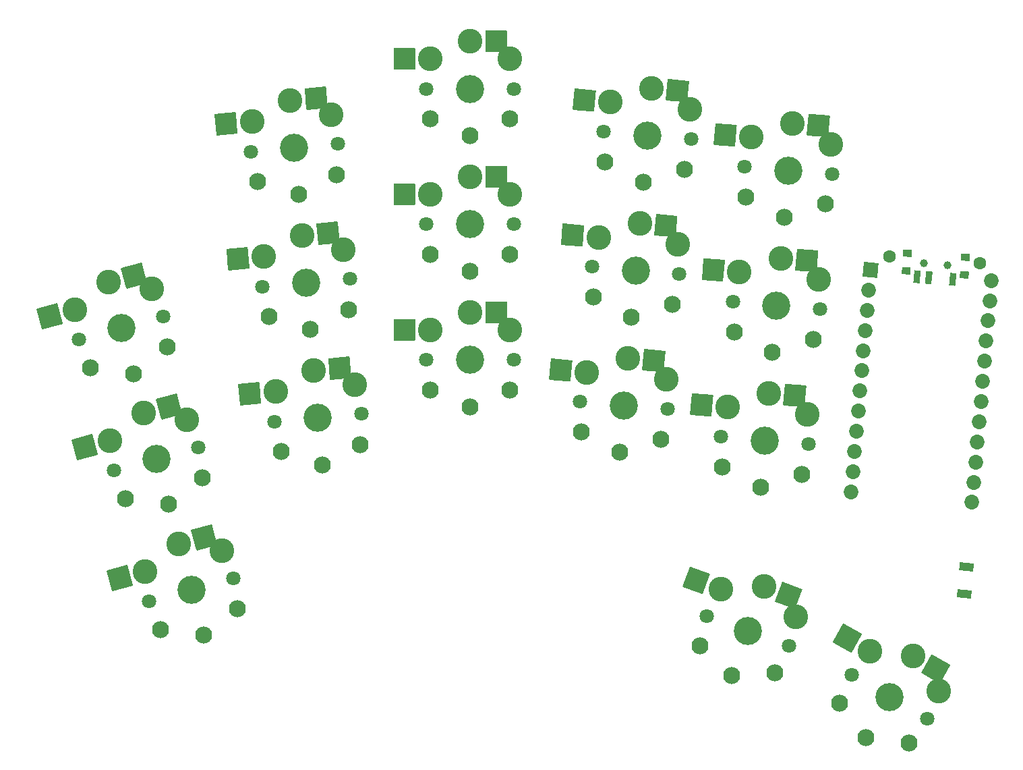
<source format=gbr>
%TF.GenerationSoftware,KiCad,Pcbnew,(5.1.10-1-10_14)*%
%TF.CreationDate,2021-10-09T22:38:14+01:00*%
%TF.ProjectId,architeuthis_dux,61726368-6974-4657-9574-6869735f6475,VERSION_HERE*%
%TF.SameCoordinates,Original*%
%TF.FileFunction,Soldermask,Top*%
%TF.FilePolarity,Negative*%
%FSLAX46Y46*%
G04 Gerber Fmt 4.6, Leading zero omitted, Abs format (unit mm)*
G04 Created by KiCad (PCBNEW (5.1.10-1-10_14)) date 2021-10-09 22:38:14*
%MOMM*%
%LPD*%
G01*
G04 APERTURE LIST*
%ADD10C,1.600000*%
%ADD11C,1.000000*%
%ADD12C,3.529000*%
%ADD13C,1.801800*%
%ADD14C,3.100000*%
%ADD15C,2.132000*%
%ADD16C,1.852600*%
G04 APERTURE END LIST*
%TO.C, *%
G36*
G01*
X111351352Y1271351D02*
X109657821Y1419516D01*
G75*
G02*
X109612369Y1473684I4358J49810D01*
G01*
X109690810Y2370259D01*
G75*
G02*
X109744978Y2415711I49810J-4358D01*
G01*
X111438509Y2267546D01*
G75*
G02*
X111483961Y2213378I-4358J-49810D01*
G01*
X111405520Y1316803D01*
G75*
G02*
X111351352Y1271351I-49810J4358D01*
G01*
G37*
G36*
G01*
X111055022Y-2115711D02*
X109361491Y-1967546D01*
G75*
G02*
X109316039Y-1913378I4358J49810D01*
G01*
X109394480Y-1016803D01*
G75*
G02*
X109448648Y-971351I49810J-4358D01*
G01*
X111142179Y-1119516D01*
G75*
G02*
X111187631Y-1173684I-4358J-49810D01*
G01*
X111109190Y-2070259D01*
G75*
G02*
X111055022Y-2115711I-49810J4358D01*
G01*
G37*
%TD*%
D10*
%TO.C,-*%
X112200000Y39950000D03*
%TD*%
%TO.C,+*%
X100900000Y40750000D03*
%TD*%
%TO.C,REF\u002A\u002A*%
G36*
G01*
X110813262Y38827948D02*
X110757456Y38029897D01*
G75*
G02*
X110704090Y37983507I-49878J3488D01*
G01*
X109706526Y38053264D01*
G75*
G02*
X109660136Y38106630I3488J49878D01*
G01*
X109715942Y38904681D01*
G75*
G02*
X109769308Y38951071I49878J-3488D01*
G01*
X110766872Y38881314D01*
G75*
G02*
X110813262Y38827948I-3488J-49878D01*
G01*
G37*
G36*
G01*
X103531044Y39337170D02*
X103475238Y38539119D01*
G75*
G02*
X103421872Y38492729I-49878J3488D01*
G01*
X102424308Y38562486D01*
G75*
G02*
X102377918Y38615852I3488J49878D01*
G01*
X102433724Y39413903D01*
G75*
G02*
X102487090Y39460293I49878J-3488D01*
G01*
X103484654Y39390536D01*
G75*
G02*
X103531044Y39337170I-3488J-49878D01*
G01*
G37*
G36*
G01*
X103685206Y41541787D02*
X103629400Y40743736D01*
G75*
G02*
X103576034Y40697346I-49878J3488D01*
G01*
X102578470Y40767103D01*
G75*
G02*
X102532080Y40820469I3488J49878D01*
G01*
X102587886Y41618520D01*
G75*
G02*
X102641252Y41664910I49878J-3488D01*
G01*
X103638816Y41595153D01*
G75*
G02*
X103685206Y41541787I-3488J-49878D01*
G01*
G37*
G36*
G01*
X110967424Y41032564D02*
X110911618Y40234513D01*
G75*
G02*
X110858252Y40188123I-49878J3488D01*
G01*
X109860688Y40257880D01*
G75*
G02*
X109814298Y40311246I3488J49878D01*
G01*
X109870104Y41109297D01*
G75*
G02*
X109923470Y41155687I49878J-3488D01*
G01*
X110921034Y41085930D01*
G75*
G02*
X110967424Y41032564I-3488J-49878D01*
G01*
G37*
G36*
G01*
X104757072Y38950705D02*
X104652437Y37454359D01*
G75*
G02*
X104599071Y37407969I-49878J3488D01*
G01*
X103900776Y37456799D01*
G75*
G02*
X103854386Y37510165I3488J49878D01*
G01*
X103959021Y39006511D01*
G75*
G02*
X104012387Y39052901I49878J-3488D01*
G01*
X104710682Y39004071D01*
G75*
G02*
X104757072Y38950705I-3488J-49878D01*
G01*
G37*
G36*
G01*
X106253418Y38846071D02*
X106148783Y37349725D01*
G75*
G02*
X106095417Y37303335I-49878J3488D01*
G01*
X105397122Y37352165D01*
G75*
G02*
X105350732Y37405531I3488J49878D01*
G01*
X105455367Y38901877D01*
G75*
G02*
X105508733Y38948267I49878J-3488D01*
G01*
X106207028Y38899437D01*
G75*
G02*
X106253418Y38846071I-3488J-49878D01*
G01*
G37*
G36*
G01*
X109246110Y38636801D02*
X109141475Y37140455D01*
G75*
G02*
X109088109Y37094065I-49878J3488D01*
G01*
X108389814Y37142895D01*
G75*
G02*
X108343424Y37196261I3488J49878D01*
G01*
X108448059Y38692607D01*
G75*
G02*
X108501425Y38738997I49878J-3488D01*
G01*
X109199720Y38690167D01*
G75*
G02*
X109246110Y38636801I-3488J-49878D01*
G01*
G37*
D11*
X105176674Y39933831D03*
X108169366Y39724561D03*
%TD*%
D12*
%TO.C,S1*%
X13202636Y-1053449D03*
D13*
X18515228Y370056D03*
X7890044Y-2476954D03*
D14*
X17061694Y3862868D03*
X11662663Y4693810D03*
X7402435Y1274678D03*
X11662663Y4693810D03*
G36*
G01*
X13858535Y3936333D02*
X13185606Y6447740D01*
G75*
G02*
X13220961Y6508977I48296J12941D01*
G01*
X15732368Y7181906D01*
G75*
G02*
X15793605Y7146551I12941J-48296D01*
G01*
X16466534Y4635144D01*
G75*
G02*
X16431179Y4573907I-48296J-12941D01*
G01*
X13919772Y3900978D01*
G75*
G02*
X13858535Y3936333I-12941J48296D01*
G01*
G37*
G36*
G01*
X3271493Y-1178064D02*
X2598564Y1333343D01*
G75*
G02*
X2633919Y1394580I48296J12941D01*
G01*
X5145326Y2067509D01*
G75*
G02*
X5206563Y2032154I12941J-48296D01*
G01*
X5879492Y-479253D01*
G75*
G02*
X5844137Y-540490I-48296J-12941D01*
G01*
X3332730Y-1213419D01*
G75*
G02*
X3271493Y-1178064I-12941J48296D01*
G01*
G37*
%TD*%
D12*
%TO.C,S2*%
X13202636Y-1053449D03*
D13*
X7890044Y-2476954D03*
X18515228Y370056D03*
D15*
X9356519Y-6018062D03*
X14729668Y-6752411D03*
X19015778Y-3429872D03*
X14729668Y-6752411D03*
%TD*%
D12*
%TO.C,S3*%
X8802735Y15367351D03*
D13*
X14115327Y16790856D03*
X3490143Y13943846D03*
D14*
X12661793Y20283668D03*
X7262762Y21114610D03*
X3002534Y17695478D03*
X7262762Y21114610D03*
G36*
G01*
X9458634Y20357133D02*
X8785705Y22868540D01*
G75*
G02*
X8821060Y22929777I48296J12941D01*
G01*
X11332467Y23602706D01*
G75*
G02*
X11393704Y23567351I12941J-48296D01*
G01*
X12066633Y21055944D01*
G75*
G02*
X12031278Y20994707I-48296J-12941D01*
G01*
X9519871Y20321778D01*
G75*
G02*
X9458634Y20357133I-12941J48296D01*
G01*
G37*
G36*
G01*
X-1128408Y15242736D02*
X-1801337Y17754143D01*
G75*
G02*
X-1765982Y17815380I48296J12941D01*
G01*
X745425Y18488309D01*
G75*
G02*
X806662Y18452954I12941J-48296D01*
G01*
X1479591Y15941547D01*
G75*
G02*
X1444236Y15880310I-48296J-12941D01*
G01*
X-1067171Y15207381D01*
G75*
G02*
X-1128408Y15242736I-12941J48296D01*
G01*
G37*
%TD*%
D12*
%TO.C,S4*%
X8802735Y15367351D03*
D13*
X3490143Y13943846D03*
X14115327Y16790856D03*
D15*
X4956618Y10402738D03*
X10329767Y9668389D03*
X14615877Y12990928D03*
X10329767Y9668389D03*
%TD*%
D12*
%TO.C,S5*%
X4402735Y31788051D03*
D13*
X9715327Y33211556D03*
X-909857Y30364546D03*
D14*
X8261793Y36704368D03*
X2862762Y37535310D03*
X-1397466Y34116178D03*
X2862762Y37535310D03*
G36*
G01*
X5058634Y36777833D02*
X4385705Y39289240D01*
G75*
G02*
X4421060Y39350477I48296J12941D01*
G01*
X6932467Y40023406D01*
G75*
G02*
X6993704Y39988051I12941J-48296D01*
G01*
X7666633Y37476644D01*
G75*
G02*
X7631278Y37415407I-48296J-12941D01*
G01*
X5119871Y36742478D01*
G75*
G02*
X5058634Y36777833I-12941J48296D01*
G01*
G37*
G36*
G01*
X-5528408Y31663436D02*
X-6201337Y34174843D01*
G75*
G02*
X-6165982Y34236080I48296J12941D01*
G01*
X-3654575Y34909009D01*
G75*
G02*
X-3593338Y34873654I12941J-48296D01*
G01*
X-2920409Y32362247D01*
G75*
G02*
X-2955764Y32301010I-48296J-12941D01*
G01*
X-5467171Y31628081D01*
G75*
G02*
X-5528408Y31663436I-12941J48296D01*
G01*
G37*
%TD*%
D12*
%TO.C,S6*%
X4402735Y31788051D03*
D13*
X-909857Y30364546D03*
X9715327Y33211556D03*
D15*
X556618Y26823438D03*
X5929767Y26089089D03*
X10215877Y29411628D03*
X5929767Y26089089D03*
%TD*%
D12*
%TO.C,S7*%
X29107636Y20540652D03*
D13*
X34586707Y21020009D03*
X23628565Y20061295D03*
D14*
X33761775Y24712161D03*
X28589059Y26468010D03*
X23799828Y23840603D03*
X28589059Y26468010D03*
G36*
G01*
X30620036Y25340732D02*
X30393431Y27930839D01*
G75*
G02*
X30438883Y27985007I49810J4358D01*
G01*
X33028990Y28211612D01*
G75*
G02*
X33083158Y28166160I4358J-49810D01*
G01*
X33309763Y25576053D01*
G75*
G02*
X33264311Y25521885I-49810J-4358D01*
G01*
X30674204Y25295280D01*
G75*
G02*
X30620036Y25340732I-4358J49810D01*
G01*
G37*
G36*
G01*
X19305730Y22142454D02*
X19079125Y24732561D01*
G75*
G02*
X19124577Y24786729I49810J4358D01*
G01*
X21714684Y25013334D01*
G75*
G02*
X21768852Y24967882I4358J-49810D01*
G01*
X21995457Y22377775D01*
G75*
G02*
X21950005Y22323607I-49810J-4358D01*
G01*
X19359898Y22097002D01*
G75*
G02*
X19305730Y22142454I-4358J49810D01*
G01*
G37*
%TD*%
D12*
%TO.C,S8*%
X29107636Y20540652D03*
D13*
X23628565Y20061295D03*
X34586707Y21020009D03*
D15*
X24457854Y16319333D03*
X29621855Y14663103D03*
X34419801Y17190891D03*
X29621855Y14663103D03*
%TD*%
D12*
%TO.C,S9*%
X27625935Y37475951D03*
D13*
X33105006Y37955308D03*
X22146864Y36996594D03*
D14*
X32280074Y41647460D03*
X27107358Y43403309D03*
X22318127Y40775902D03*
X27107358Y43403309D03*
G36*
G01*
X29138335Y42276031D02*
X28911730Y44866138D01*
G75*
G02*
X28957182Y44920306I49810J4358D01*
G01*
X31547289Y45146911D01*
G75*
G02*
X31601457Y45101459I4358J-49810D01*
G01*
X31828062Y42511352D01*
G75*
G02*
X31782610Y42457184I-49810J-4358D01*
G01*
X29192503Y42230579D01*
G75*
G02*
X29138335Y42276031I-4358J49810D01*
G01*
G37*
G36*
G01*
X17824029Y39077753D02*
X17597424Y41667860D01*
G75*
G02*
X17642876Y41722028I49810J4358D01*
G01*
X20232983Y41948633D01*
G75*
G02*
X20287151Y41903181I4358J-49810D01*
G01*
X20513756Y39313074D01*
G75*
G02*
X20468304Y39258906I-49810J-4358D01*
G01*
X17878197Y39032301D01*
G75*
G02*
X17824029Y39077753I-4358J49810D01*
G01*
G37*
%TD*%
D12*
%TO.C,S10*%
X27625935Y37475951D03*
D13*
X22146864Y36996594D03*
X33105006Y37955308D03*
D15*
X22976153Y33254632D03*
X28140154Y31598402D03*
X32938100Y34126190D03*
X28140154Y31598402D03*
%TD*%
D12*
%TO.C,S11*%
X26144335Y54411253D03*
D13*
X31623406Y54890610D03*
X20665264Y53931896D03*
D14*
X30798474Y58582762D03*
X25625758Y60338611D03*
X20836527Y57711204D03*
X25625758Y60338611D03*
G36*
G01*
X27656735Y59211333D02*
X27430130Y61801440D01*
G75*
G02*
X27475582Y61855608I49810J4358D01*
G01*
X30065689Y62082213D01*
G75*
G02*
X30119857Y62036761I4358J-49810D01*
G01*
X30346462Y59446654D01*
G75*
G02*
X30301010Y59392486I-49810J-4358D01*
G01*
X27710903Y59165881D01*
G75*
G02*
X27656735Y59211333I-4358J49810D01*
G01*
G37*
G36*
G01*
X16342429Y56013055D02*
X16115824Y58603162D01*
G75*
G02*
X16161276Y58657330I49810J4358D01*
G01*
X18751383Y58883935D01*
G75*
G02*
X18805551Y58838483I4358J-49810D01*
G01*
X19032156Y56248376D01*
G75*
G02*
X18986704Y56194208I-49810J-4358D01*
G01*
X16396597Y55967603D01*
G75*
G02*
X16342429Y56013055I-4358J49810D01*
G01*
G37*
%TD*%
D12*
%TO.C,S12*%
X26144335Y54411253D03*
D13*
X20665264Y53931896D03*
X31623406Y54890610D03*
D15*
X21494553Y50189934D03*
X26658554Y48533704D03*
X31456500Y51061492D03*
X26658554Y48533704D03*
%TD*%
D12*
%TO.C,S13*%
X48226936Y27819253D03*
D13*
X53726936Y27819253D03*
X42726936Y27819253D03*
D14*
X53226936Y31569253D03*
X48226936Y33769253D03*
X43226936Y31569253D03*
X48226936Y33769253D03*
G36*
G01*
X50151936Y32469253D02*
X50151936Y35069253D01*
G75*
G02*
X50201936Y35119253I50000J0D01*
G01*
X52801936Y35119253D01*
G75*
G02*
X52851936Y35069253I0J-50000D01*
G01*
X52851936Y32469253D01*
G75*
G02*
X52801936Y32419253I-50000J0D01*
G01*
X50201936Y32419253D01*
G75*
G02*
X50151936Y32469253I0J50000D01*
G01*
G37*
G36*
G01*
X38601936Y30269253D02*
X38601936Y32869253D01*
G75*
G02*
X38651936Y32919253I50000J0D01*
G01*
X41251936Y32919253D01*
G75*
G02*
X41301936Y32869253I0J-50000D01*
G01*
X41301936Y30269253D01*
G75*
G02*
X41251936Y30219253I-50000J0D01*
G01*
X38651936Y30219253D01*
G75*
G02*
X38601936Y30269253I0J50000D01*
G01*
G37*
%TD*%
D12*
%TO.C,S14*%
X48226936Y27819253D03*
D13*
X42726936Y27819253D03*
X53726936Y27819253D03*
D15*
X43226936Y24019253D03*
X48226936Y21919253D03*
X53226936Y24019253D03*
X48226936Y21919253D03*
%TD*%
D12*
%TO.C,S15*%
X48226935Y44819253D03*
D13*
X53726935Y44819253D03*
X42726935Y44819253D03*
D14*
X53226935Y48569253D03*
X48226935Y50769253D03*
X43226935Y48569253D03*
X48226935Y50769253D03*
G36*
G01*
X50151935Y49469253D02*
X50151935Y52069253D01*
G75*
G02*
X50201935Y52119253I50000J0D01*
G01*
X52801935Y52119253D01*
G75*
G02*
X52851935Y52069253I0J-50000D01*
G01*
X52851935Y49469253D01*
G75*
G02*
X52801935Y49419253I-50000J0D01*
G01*
X50201935Y49419253D01*
G75*
G02*
X50151935Y49469253I0J50000D01*
G01*
G37*
G36*
G01*
X38601935Y47269253D02*
X38601935Y49869253D01*
G75*
G02*
X38651935Y49919253I50000J0D01*
G01*
X41251935Y49919253D01*
G75*
G02*
X41301935Y49869253I0J-50000D01*
G01*
X41301935Y47269253D01*
G75*
G02*
X41251935Y47219253I-50000J0D01*
G01*
X38651935Y47219253D01*
G75*
G02*
X38601935Y47269253I0J50000D01*
G01*
G37*
%TD*%
D12*
%TO.C,S16*%
X48226935Y44819253D03*
D13*
X42726935Y44819253D03*
X53726935Y44819253D03*
D15*
X43226935Y41019253D03*
X48226935Y38919253D03*
X53226935Y41019253D03*
X48226935Y38919253D03*
%TD*%
D12*
%TO.C,S17*%
X48226936Y61819251D03*
D13*
X53726936Y61819251D03*
X42726936Y61819251D03*
D14*
X53226936Y65569251D03*
X48226936Y67769251D03*
X43226936Y65569251D03*
X48226936Y67769251D03*
G36*
G01*
X50151936Y66469251D02*
X50151936Y69069251D01*
G75*
G02*
X50201936Y69119251I50000J0D01*
G01*
X52801936Y69119251D01*
G75*
G02*
X52851936Y69069251I0J-50000D01*
G01*
X52851936Y66469251D01*
G75*
G02*
X52801936Y66419251I-50000J0D01*
G01*
X50201936Y66419251D01*
G75*
G02*
X50151936Y66469251I0J50000D01*
G01*
G37*
G36*
G01*
X38601936Y64269251D02*
X38601936Y66869251D01*
G75*
G02*
X38651936Y66919251I50000J0D01*
G01*
X41251936Y66919251D01*
G75*
G02*
X41301936Y66869251I0J-50000D01*
G01*
X41301936Y64269251D01*
G75*
G02*
X41251936Y64219251I-50000J0D01*
G01*
X38651936Y64219251D01*
G75*
G02*
X38601936Y64269251I0J50000D01*
G01*
G37*
%TD*%
D12*
%TO.C,S18*%
X48226936Y61819251D03*
D13*
X42726936Y61819251D03*
X53726936Y61819251D03*
D15*
X43226936Y58019251D03*
X48226936Y55919251D03*
X53226936Y58019251D03*
X48226936Y55919251D03*
%TD*%
D12*
%TO.C,S19*%
X67508534Y22087852D03*
D13*
X72987605Y21608495D03*
X62029463Y22567209D03*
D14*
X72816342Y25387803D03*
X68027111Y28015210D03*
X62854395Y26259361D03*
X68027111Y28015210D03*
G36*
G01*
X69831482Y26552382D02*
X70058087Y29142489D01*
G75*
G02*
X70112255Y29187941I49810J-4358D01*
G01*
X72702362Y28961336D01*
G75*
G02*
X72747814Y28907168I-4358J-49810D01*
G01*
X72521209Y26317061D01*
G75*
G02*
X72467041Y26271609I-49810J4358D01*
G01*
X69876934Y26498214D01*
G75*
G02*
X69831482Y26552382I4358J49810D01*
G01*
G37*
G36*
G01*
X58133691Y25367403D02*
X58360296Y27957510D01*
G75*
G02*
X58414464Y28002962I49810J-4358D01*
G01*
X61004571Y27776357D01*
G75*
G02*
X61050023Y27722189I-4358J-49810D01*
G01*
X60823418Y25132082D01*
G75*
G02*
X60769250Y25086630I-49810J4358D01*
G01*
X58179143Y25313235D01*
G75*
G02*
X58133691Y25367403I4358J49810D01*
G01*
G37*
%TD*%
D12*
%TO.C,S20*%
X67508534Y22087852D03*
D13*
X62029463Y22567209D03*
X72987605Y21608495D03*
D15*
X62196369Y18738091D03*
X66994315Y16210303D03*
X72158316Y17866533D03*
X66994315Y16210303D03*
%TD*%
D12*
%TO.C,S21*%
X68990235Y39023152D03*
D13*
X74469306Y38543795D03*
X63511164Y39502509D03*
D14*
X74298043Y42323103D03*
X69508812Y44950510D03*
X64336096Y43194661D03*
X69508812Y44950510D03*
G36*
G01*
X71313183Y43487682D02*
X71539788Y46077789D01*
G75*
G02*
X71593956Y46123241I49810J-4358D01*
G01*
X74184063Y45896636D01*
G75*
G02*
X74229515Y45842468I-4358J-49810D01*
G01*
X74002910Y43252361D01*
G75*
G02*
X73948742Y43206909I-49810J4358D01*
G01*
X71358635Y43433514D01*
G75*
G02*
X71313183Y43487682I4358J49810D01*
G01*
G37*
G36*
G01*
X59615392Y42302703D02*
X59841997Y44892810D01*
G75*
G02*
X59896165Y44938262I49810J-4358D01*
G01*
X62486272Y44711657D01*
G75*
G02*
X62531724Y44657489I-4358J-49810D01*
G01*
X62305119Y42067382D01*
G75*
G02*
X62250951Y42021930I-49810J4358D01*
G01*
X59660844Y42248535D01*
G75*
G02*
X59615392Y42302703I4358J49810D01*
G01*
G37*
%TD*%
D12*
%TO.C,S22*%
X68990235Y39023152D03*
D13*
X63511164Y39502509D03*
X74469306Y38543795D03*
D15*
X63678070Y35673391D03*
X68476016Y33145603D03*
X73640017Y34801833D03*
X68476016Y33145603D03*
%TD*%
D12*
%TO.C,S23*%
X70471836Y55958552D03*
D13*
X75950907Y55479195D03*
X64992765Y56437909D03*
D14*
X75779644Y59258503D03*
X70990413Y61885910D03*
X65817697Y60130061D03*
X70990413Y61885910D03*
G36*
G01*
X72794784Y60423082D02*
X73021389Y63013189D01*
G75*
G02*
X73075557Y63058641I49810J-4358D01*
G01*
X75665664Y62832036D01*
G75*
G02*
X75711116Y62777868I-4358J-49810D01*
G01*
X75484511Y60187761D01*
G75*
G02*
X75430343Y60142309I-49810J4358D01*
G01*
X72840236Y60368914D01*
G75*
G02*
X72794784Y60423082I4358J49810D01*
G01*
G37*
G36*
G01*
X61096993Y59238103D02*
X61323598Y61828210D01*
G75*
G02*
X61377766Y61873662I49810J-4358D01*
G01*
X63967873Y61647057D01*
G75*
G02*
X64013325Y61592889I-4358J-49810D01*
G01*
X63786720Y59002782D01*
G75*
G02*
X63732552Y58957330I-49810J4358D01*
G01*
X61142445Y59183935D01*
G75*
G02*
X61096993Y59238103I4358J49810D01*
G01*
G37*
%TD*%
D12*
%TO.C,S24*%
X70471836Y55958552D03*
D13*
X64992765Y56437909D03*
X75950907Y55479195D03*
D15*
X65159671Y52608791D03*
X69957617Y50081003D03*
X75121618Y51737233D03*
X69957617Y50081003D03*
%TD*%
D12*
%TO.C,S25*%
X85193135Y17696552D03*
D13*
X90672206Y17217195D03*
X79714064Y18175909D03*
D14*
X90500943Y20996503D03*
X85711712Y23623910D03*
X80538996Y21868061D03*
X85711712Y23623910D03*
G36*
G01*
X87516083Y22161082D02*
X87742688Y24751189D01*
G75*
G02*
X87796856Y24796641I49810J-4358D01*
G01*
X90386963Y24570036D01*
G75*
G02*
X90432415Y24515868I-4358J-49810D01*
G01*
X90205810Y21925761D01*
G75*
G02*
X90151642Y21880309I-49810J4358D01*
G01*
X87561535Y22106914D01*
G75*
G02*
X87516083Y22161082I4358J49810D01*
G01*
G37*
G36*
G01*
X75818292Y20976103D02*
X76044897Y23566210D01*
G75*
G02*
X76099065Y23611662I49810J-4358D01*
G01*
X78689172Y23385057D01*
G75*
G02*
X78734624Y23330889I-4358J-49810D01*
G01*
X78508019Y20740782D01*
G75*
G02*
X78453851Y20695330I-49810J4358D01*
G01*
X75863744Y20921935D01*
G75*
G02*
X75818292Y20976103I4358J49810D01*
G01*
G37*
%TD*%
D12*
%TO.C,S26*%
X85193135Y17696552D03*
D13*
X79714064Y18175909D03*
X90672206Y17217195D03*
D15*
X79880970Y14346791D03*
X84678916Y11819003D03*
X89842917Y13475233D03*
X84678916Y11819003D03*
%TD*%
D12*
%TO.C,S27*%
X86674735Y34631852D03*
D13*
X92153806Y34152495D03*
X81195664Y35111209D03*
D14*
X91982543Y37931803D03*
X87193312Y40559210D03*
X82020596Y38803361D03*
X87193312Y40559210D03*
G36*
G01*
X88997683Y39096382D02*
X89224288Y41686489D01*
G75*
G02*
X89278456Y41731941I49810J-4358D01*
G01*
X91868563Y41505336D01*
G75*
G02*
X91914015Y41451168I-4358J-49810D01*
G01*
X91687410Y38861061D01*
G75*
G02*
X91633242Y38815609I-49810J4358D01*
G01*
X89043135Y39042214D01*
G75*
G02*
X88997683Y39096382I4358J49810D01*
G01*
G37*
G36*
G01*
X77299892Y37911403D02*
X77526497Y40501510D01*
G75*
G02*
X77580665Y40546962I49810J-4358D01*
G01*
X80170772Y40320357D01*
G75*
G02*
X80216224Y40266189I-4358J-49810D01*
G01*
X79989619Y37676082D01*
G75*
G02*
X79935451Y37630630I-49810J4358D01*
G01*
X77345344Y37857235D01*
G75*
G02*
X77299892Y37911403I4358J49810D01*
G01*
G37*
%TD*%
D12*
%TO.C,S28*%
X86674735Y34631852D03*
D13*
X81195664Y35111209D03*
X92153806Y34152495D03*
D15*
X81362570Y31282091D03*
X86160516Y28754303D03*
X91324517Y30410533D03*
X86160516Y28754303D03*
%TD*%
D12*
%TO.C,S29*%
X88156436Y51567152D03*
D13*
X93635507Y51087795D03*
X82677365Y52046509D03*
D14*
X93464244Y54867103D03*
X88675013Y57494510D03*
X83502297Y55738661D03*
X88675013Y57494510D03*
G36*
G01*
X90479384Y56031682D02*
X90705989Y58621789D01*
G75*
G02*
X90760157Y58667241I49810J-4358D01*
G01*
X93350264Y58440636D01*
G75*
G02*
X93395716Y58386468I-4358J-49810D01*
G01*
X93169111Y55796361D01*
G75*
G02*
X93114943Y55750909I-49810J4358D01*
G01*
X90524836Y55977514D01*
G75*
G02*
X90479384Y56031682I4358J49810D01*
G01*
G37*
G36*
G01*
X78781593Y54846703D02*
X79008198Y57436810D01*
G75*
G02*
X79062366Y57482262I49810J-4358D01*
G01*
X81652473Y57255657D01*
G75*
G02*
X81697925Y57201489I-4358J-49810D01*
G01*
X81471320Y54611382D01*
G75*
G02*
X81417152Y54565930I-49810J4358D01*
G01*
X78827045Y54792535D01*
G75*
G02*
X78781593Y54846703I4358J49810D01*
G01*
G37*
%TD*%
D12*
%TO.C,S30*%
X88156436Y51567152D03*
D13*
X82677365Y52046509D03*
X93635507Y51087795D03*
D15*
X82844271Y48217391D03*
X87642217Y45689603D03*
X92806218Y47345833D03*
X87642217Y45689603D03*
%TD*%
D12*
%TO.C,S31*%
X83101335Y-6212149D03*
D13*
X88269644Y-8093260D03*
X77933026Y-4331038D03*
D14*
X89082374Y-4398402D03*
X85136355Y-620978D03*
X79685447Y-978201D03*
X85136355Y-620978D03*
G36*
G01*
X86500636Y-2500967D02*
X87389889Y-57766D01*
G75*
G02*
X87453975Y-27882I46985J-17101D01*
G01*
X89897176Y-917135D01*
G75*
G02*
X89927060Y-981221I-17101J-46985D01*
G01*
X89037807Y-3424422D01*
G75*
G02*
X88973721Y-3454306I-46985J17101D01*
G01*
X86530520Y-2565053D01*
G75*
G02*
X86500636Y-2500967I17101J46985D01*
G01*
G37*
G36*
G01*
X74894742Y-617958D02*
X75783995Y1825243D01*
G75*
G02*
X75848081Y1855127I46985J-17101D01*
G01*
X78291282Y965874D01*
G75*
G02*
X78321166Y901788I-17101J-46985D01*
G01*
X77431913Y-1541413D01*
G75*
G02*
X77367827Y-1571297I-46985J17101D01*
G01*
X74924626Y-682044D01*
G75*
G02*
X74894742Y-617958I17101J46985D01*
G01*
G37*
%TD*%
D12*
%TO.C,S32*%
X83101335Y-6212149D03*
D13*
X77933026Y-4331038D03*
X88269644Y-8093260D03*
D15*
X77103195Y-8072880D03*
X81083416Y-11756335D03*
X86500122Y-11493082D03*
X81083416Y-11756335D03*
%TD*%
D12*
%TO.C,S33*%
X100853535Y-14490147D03*
D13*
X105616675Y-17240147D03*
X96090395Y-11740147D03*
D14*
X107058662Y-13742552D03*
X103828535Y-9337296D03*
X98398408Y-8742552D03*
X103828535Y-9337296D03*
G36*
G01*
X104845634Y-11425629D02*
X106145634Y-9173963D01*
G75*
G02*
X106213935Y-9155662I43301J-25000D01*
G01*
X108465601Y-10455662D01*
G75*
G02*
X108483902Y-10523963I-25000J-43301D01*
G01*
X107183902Y-12775629D01*
G75*
G02*
X107115601Y-12793930I-43301J25000D01*
G01*
X104863935Y-11493930D01*
G75*
G02*
X104845634Y-11425629I25000J43301D01*
G01*
G37*
G36*
G01*
X93743041Y-7555885D02*
X95043041Y-5304219D01*
G75*
G02*
X95111342Y-5285918I43301J-25000D01*
G01*
X97363008Y-6585918D01*
G75*
G02*
X97381309Y-6654219I-25000J-43301D01*
G01*
X96081309Y-8905885D01*
G75*
G02*
X96013008Y-8924186I-43301J25000D01*
G01*
X93761342Y-7624186D01*
G75*
G02*
X93743041Y-7555885I25000J43301D01*
G01*
G37*
%TD*%
D12*
%TO.C,S34*%
X100853535Y-14490147D03*
D13*
X96090395Y-11740147D03*
X105616675Y-17240147D03*
D15*
X94623408Y-15281044D03*
X97903535Y-19599697D03*
X103283662Y-20281044D03*
X97903535Y-19599697D03*
%TD*%
%TO.C,C1*%
G36*
G01*
X97695864Y40088369D02*
X99441795Y39935620D01*
G75*
G02*
X99487247Y39881452I-4358J-49810D01*
G01*
X99334498Y38135521D01*
G75*
G02*
X99280330Y38090069I-49810J4358D01*
G01*
X97534399Y38242818D01*
G75*
G02*
X97488947Y38296986I4358J49810D01*
G01*
X97641696Y40042917D01*
G75*
G02*
X97695864Y40088369I49810J-4358D01*
G01*
G37*
D16*
X98266722Y36558884D03*
X98045346Y34028550D03*
X97823970Y31498215D03*
X97602595Y28967881D03*
X97381219Y26437546D03*
X97159844Y23907211D03*
X96938468Y21376877D03*
X96717092Y18846542D03*
X96495717Y16316208D03*
X96274341Y13785873D03*
X96052966Y11255539D03*
X113670104Y37760965D03*
X113448729Y35230631D03*
X113227353Y32700296D03*
X113005978Y30169962D03*
X112784602Y27639627D03*
X112563226Y25109293D03*
X112341851Y22578958D03*
X112120475Y20048623D03*
X111899100Y17518289D03*
X111677724Y14987954D03*
X111456348Y12457620D03*
X111234973Y9927285D03*
%TD*%
M02*

</source>
